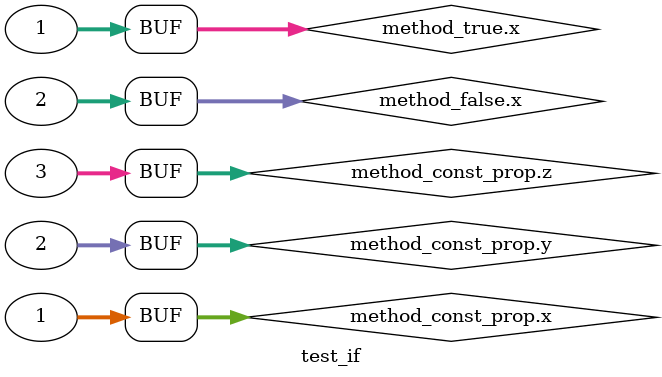
<source format=sv>

module test_if // "tinst"
(
);

// Variables generated for SystemC signals

// Local parameters generated for C++ constants
localparam logic signed [31:0] TRUE = 'd1;
localparam logic signed [31:0] FALSE = 'd0;

//------------------------------------------------------------------------------
// Method process: method_true (test_const_if2.cpp:26:5) 

always_comb 
begin : method_true     // test_const_if2.cpp:26:5
    integer x;
    x = 0;
    x = 1;
end

//------------------------------------------------------------------------------
// Method process: method_false (test_const_if2.cpp:42:5) 

always_comb 
begin : method_false     // test_const_if2.cpp:42:5
    integer x;
    x = 1;
    x++;
end

//------------------------------------------------------------------------------
// Method process: method_const_prop (test_const_if2.cpp:58:5) 

always_comb 
begin : method_const_prop     // test_const_if2.cpp:58:5
    integer x;
    integer y;
    integer z;
    x = 1;
    y = 2;
    z = x + y;
end

endmodule



</source>
